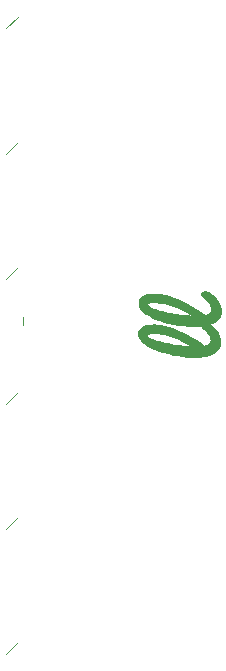
<source format=gbr>
G04 #@! TF.GenerationSoftware,KiCad,Pcbnew,5.1.4+dfsg1-1*
G04 #@! TF.CreationDate,2021-01-09T21:35:19+00:00*
G04 #@! TF.ProjectId,bike-light-board,62696b65-2d6c-4696-9768-742d626f6172,rev?*
G04 #@! TF.SameCoordinates,Original*
G04 #@! TF.FileFunction,Legend,Top*
G04 #@! TF.FilePolarity,Positive*
%FSLAX46Y46*%
G04 Gerber Fmt 4.6, Leading zero omitted, Abs format (unit mm)*
G04 Created by KiCad (PCBNEW 5.1.4+dfsg1-1) date 2021-01-09 21:35:19*
%MOMM*%
%LPD*%
G04 APERTURE LIST*
%ADD10C,0.010000*%
%ADD11C,0.120000*%
G04 APERTURE END LIST*
D10*
G04 #@! TO.C,G\002A\002A\002A*
G36*
X11843857Y1894850D02*
G01*
X11885601Y2026167D01*
X11955885Y2143799D01*
X12053616Y2247051D01*
X12177701Y2335227D01*
X12327047Y2407633D01*
X12500561Y2463573D01*
X12697151Y2502353D01*
X12915723Y2523276D01*
X13155185Y2525647D01*
X13303332Y2518240D01*
X13469188Y2504472D01*
X13617541Y2487096D01*
X13761202Y2464104D01*
X13912983Y2433486D01*
X14059171Y2399668D01*
X14383024Y2310553D01*
X14723289Y2196173D01*
X15076128Y2058409D01*
X15437704Y1899144D01*
X15804179Y1720257D01*
X16171717Y1523631D01*
X16536480Y1311148D01*
X16894630Y1084688D01*
X17242331Y846133D01*
X17273821Y823528D01*
X17411175Y724546D01*
X17519354Y751494D01*
X17666528Y798970D01*
X17783558Y860796D01*
X17871228Y937513D01*
X17930316Y1029663D01*
X17934451Y1039191D01*
X17946183Y1084849D01*
X17954477Y1151334D01*
X17957730Y1225657D01*
X17957733Y1227850D01*
X17952166Y1337350D01*
X17934050Y1439967D01*
X17901265Y1539082D01*
X17851688Y1638082D01*
X17783200Y1740350D01*
X17693679Y1849270D01*
X17581002Y1968227D01*
X17443051Y2100605D01*
X17367317Y2169832D01*
X17271459Y2257996D01*
X17199431Y2328834D01*
X17148584Y2386136D01*
X17116269Y2433689D01*
X17099836Y2475282D01*
X17096638Y2514705D01*
X17102245Y2548933D01*
X17135033Y2614300D01*
X17194804Y2664930D01*
X17277542Y2699721D01*
X17379228Y2717573D01*
X17495846Y2717383D01*
X17623378Y2698050D01*
X17635770Y2695212D01*
X17702795Y2676821D01*
X17763072Y2653266D01*
X17822002Y2620928D01*
X17884984Y2576186D01*
X17957419Y2515420D01*
X18044707Y2435009D01*
X18093460Y2388377D01*
X18247052Y2234150D01*
X18374393Y2092121D01*
X18478760Y1957902D01*
X18563428Y1827106D01*
X18631674Y1695344D01*
X18659756Y1629982D01*
X18717175Y1455272D01*
X18754016Y1271477D01*
X18769528Y1087102D01*
X18762963Y910653D01*
X18736291Y760749D01*
X18680082Y598896D01*
X18599855Y453568D01*
X18494176Y323516D01*
X18361616Y207494D01*
X18200742Y104254D01*
X18010123Y12548D01*
X17788327Y-68870D01*
X17781806Y-70965D01*
X17546560Y-133115D01*
X17283133Y-178166D01*
X16992582Y-206107D01*
X16675967Y-216928D01*
X16338349Y-210693D01*
X16338349Y676782D01*
X16373007Y677593D01*
X16390108Y680549D01*
X16392349Y685551D01*
X16391400Y686644D01*
X16371235Y700752D01*
X16327389Y728085D01*
X16265629Y765146D01*
X16191726Y808441D01*
X16162800Y825144D01*
X16039240Y893784D01*
X15893925Y970526D01*
X15734693Y1051540D01*
X15569381Y1132995D01*
X15405827Y1211061D01*
X15251870Y1281906D01*
X15115347Y1341700D01*
X15053666Y1367227D01*
X14765804Y1478601D01*
X14499700Y1571383D01*
X14249772Y1646965D01*
X14010437Y1706740D01*
X13776114Y1752101D01*
X13541218Y1784441D01*
X13300169Y1805154D01*
X13298195Y1805277D01*
X13100524Y1812299D01*
X12933295Y1806961D01*
X12796780Y1789304D01*
X12691253Y1759366D01*
X12616984Y1717187D01*
X12604124Y1705530D01*
X12565685Y1651552D01*
X12559925Y1596975D01*
X12586897Y1538555D01*
X12607255Y1512935D01*
X12672021Y1456429D01*
X12767775Y1397527D01*
X12891776Y1336918D01*
X13041287Y1275291D01*
X13213568Y1213334D01*
X13405881Y1151735D01*
X13615486Y1091184D01*
X13839645Y1032369D01*
X14075619Y975978D01*
X14320668Y922700D01*
X14572055Y873224D01*
X14827040Y828238D01*
X15082884Y788431D01*
X15336849Y754491D01*
X15586195Y727107D01*
X15807200Y708435D01*
X15970141Y697008D01*
X16102028Y688229D01*
X16205558Y681999D01*
X16283432Y678217D01*
X16338349Y676782D01*
X16338349Y-210693D01*
X16334344Y-210619D01*
X15968773Y-187170D01*
X15580310Y-146571D01*
X15214641Y-95767D01*
X14764457Y-18065D01*
X14343490Y72015D01*
X13949148Y175218D01*
X13578842Y292290D01*
X13229980Y423977D01*
X12901210Y570429D01*
X12668468Y689855D01*
X12467895Y808877D01*
X12297854Y929091D01*
X12156708Y1052093D01*
X12042818Y1179477D01*
X11954546Y1312838D01*
X11890255Y1453773D01*
X11850359Y1593942D01*
X11831745Y1750543D01*
X11843857Y1894850D01*
X11843857Y1894850D01*
G37*
X11843857Y1894850D02*
X11885601Y2026167D01*
X11955885Y2143799D01*
X12053616Y2247051D01*
X12177701Y2335227D01*
X12327047Y2407633D01*
X12500561Y2463573D01*
X12697151Y2502353D01*
X12915723Y2523276D01*
X13155185Y2525647D01*
X13303332Y2518240D01*
X13469188Y2504472D01*
X13617541Y2487096D01*
X13761202Y2464104D01*
X13912983Y2433486D01*
X14059171Y2399668D01*
X14383024Y2310553D01*
X14723289Y2196173D01*
X15076128Y2058409D01*
X15437704Y1899144D01*
X15804179Y1720257D01*
X16171717Y1523631D01*
X16536480Y1311148D01*
X16894630Y1084688D01*
X17242331Y846133D01*
X17273821Y823528D01*
X17411175Y724546D01*
X17519354Y751494D01*
X17666528Y798970D01*
X17783558Y860796D01*
X17871228Y937513D01*
X17930316Y1029663D01*
X17934451Y1039191D01*
X17946183Y1084849D01*
X17954477Y1151334D01*
X17957730Y1225657D01*
X17957733Y1227850D01*
X17952166Y1337350D01*
X17934050Y1439967D01*
X17901265Y1539082D01*
X17851688Y1638082D01*
X17783200Y1740350D01*
X17693679Y1849270D01*
X17581002Y1968227D01*
X17443051Y2100605D01*
X17367317Y2169832D01*
X17271459Y2257996D01*
X17199431Y2328834D01*
X17148584Y2386136D01*
X17116269Y2433689D01*
X17099836Y2475282D01*
X17096638Y2514705D01*
X17102245Y2548933D01*
X17135033Y2614300D01*
X17194804Y2664930D01*
X17277542Y2699721D01*
X17379228Y2717573D01*
X17495846Y2717383D01*
X17623378Y2698050D01*
X17635770Y2695212D01*
X17702795Y2676821D01*
X17763072Y2653266D01*
X17822002Y2620928D01*
X17884984Y2576186D01*
X17957419Y2515420D01*
X18044707Y2435009D01*
X18093460Y2388377D01*
X18247052Y2234150D01*
X18374393Y2092121D01*
X18478760Y1957902D01*
X18563428Y1827106D01*
X18631674Y1695344D01*
X18659756Y1629982D01*
X18717175Y1455272D01*
X18754016Y1271477D01*
X18769528Y1087102D01*
X18762963Y910653D01*
X18736291Y760749D01*
X18680082Y598896D01*
X18599855Y453568D01*
X18494176Y323516D01*
X18361616Y207494D01*
X18200742Y104254D01*
X18010123Y12548D01*
X17788327Y-68870D01*
X17781806Y-70965D01*
X17546560Y-133115D01*
X17283133Y-178166D01*
X16992582Y-206107D01*
X16675967Y-216928D01*
X16338349Y-210693D01*
X16338349Y676782D01*
X16373007Y677593D01*
X16390108Y680549D01*
X16392349Y685551D01*
X16391400Y686644D01*
X16371235Y700752D01*
X16327389Y728085D01*
X16265629Y765146D01*
X16191726Y808441D01*
X16162800Y825144D01*
X16039240Y893784D01*
X15893925Y970526D01*
X15734693Y1051540D01*
X15569381Y1132995D01*
X15405827Y1211061D01*
X15251870Y1281906D01*
X15115347Y1341700D01*
X15053666Y1367227D01*
X14765804Y1478601D01*
X14499700Y1571383D01*
X14249772Y1646965D01*
X14010437Y1706740D01*
X13776114Y1752101D01*
X13541218Y1784441D01*
X13300169Y1805154D01*
X13298195Y1805277D01*
X13100524Y1812299D01*
X12933295Y1806961D01*
X12796780Y1789304D01*
X12691253Y1759366D01*
X12616984Y1717187D01*
X12604124Y1705530D01*
X12565685Y1651552D01*
X12559925Y1596975D01*
X12586897Y1538555D01*
X12607255Y1512935D01*
X12672021Y1456429D01*
X12767775Y1397527D01*
X12891776Y1336918D01*
X13041287Y1275291D01*
X13213568Y1213334D01*
X13405881Y1151735D01*
X13615486Y1091184D01*
X13839645Y1032369D01*
X14075619Y975978D01*
X14320668Y922700D01*
X14572055Y873224D01*
X14827040Y828238D01*
X15082884Y788431D01*
X15336849Y754491D01*
X15586195Y727107D01*
X15807200Y708435D01*
X15970141Y697008D01*
X16102028Y688229D01*
X16205558Y681999D01*
X16283432Y678217D01*
X16338349Y676782D01*
X16338349Y-210693D01*
X16334344Y-210619D01*
X15968773Y-187170D01*
X15580310Y-146571D01*
X15214641Y-95767D01*
X14764457Y-18065D01*
X14343490Y72015D01*
X13949148Y175218D01*
X13578842Y292290D01*
X13229980Y423977D01*
X12901210Y570429D01*
X12668468Y689855D01*
X12467895Y808877D01*
X12297854Y929091D01*
X12156708Y1052093D01*
X12042818Y1179477D01*
X11954546Y1312838D01*
X11890255Y1453773D01*
X11850359Y1593942D01*
X11831745Y1750543D01*
X11843857Y1894850D01*
G36*
X11793857Y-705150D02*
G01*
X11835601Y-573833D01*
X11905885Y-456201D01*
X12003616Y-352949D01*
X12127701Y-264773D01*
X12277047Y-192367D01*
X12450561Y-136427D01*
X12647151Y-97647D01*
X12865723Y-76724D01*
X13105185Y-74353D01*
X13253332Y-81760D01*
X13419188Y-95528D01*
X13567541Y-112904D01*
X13711202Y-135896D01*
X13862983Y-166514D01*
X14009171Y-200332D01*
X14333024Y-289447D01*
X14673289Y-403827D01*
X15026128Y-541591D01*
X15387704Y-700856D01*
X15754179Y-879743D01*
X16121717Y-1076369D01*
X16486480Y-1288852D01*
X16844630Y-1515312D01*
X17192331Y-1753867D01*
X17223821Y-1776472D01*
X17361175Y-1875454D01*
X17469354Y-1848506D01*
X17616528Y-1801030D01*
X17733558Y-1739204D01*
X17821228Y-1662487D01*
X17880316Y-1570337D01*
X17884451Y-1560809D01*
X17896183Y-1515151D01*
X17904477Y-1448666D01*
X17907730Y-1374343D01*
X17907733Y-1372150D01*
X17902166Y-1262650D01*
X17884050Y-1160033D01*
X17851265Y-1060918D01*
X17801688Y-961918D01*
X17733200Y-859650D01*
X17643679Y-750730D01*
X17531002Y-631773D01*
X17393051Y-499395D01*
X17317317Y-430168D01*
X17221459Y-342004D01*
X17149431Y-271166D01*
X17098584Y-213864D01*
X17066269Y-166311D01*
X17049836Y-124718D01*
X17046638Y-85295D01*
X17052245Y-51067D01*
X17085033Y14300D01*
X17144804Y64930D01*
X17227542Y99721D01*
X17329228Y117573D01*
X17445846Y117383D01*
X17573378Y98050D01*
X17585770Y95212D01*
X17652795Y76821D01*
X17713072Y53266D01*
X17772002Y20928D01*
X17834984Y-23814D01*
X17907419Y-84580D01*
X17994707Y-164991D01*
X18043460Y-211623D01*
X18197052Y-365850D01*
X18324393Y-507879D01*
X18428760Y-642098D01*
X18513428Y-772894D01*
X18581674Y-904656D01*
X18609756Y-970018D01*
X18667175Y-1144728D01*
X18704016Y-1328523D01*
X18719528Y-1512898D01*
X18712963Y-1689347D01*
X18686291Y-1839251D01*
X18630082Y-2001104D01*
X18549855Y-2146432D01*
X18444176Y-2276484D01*
X18311616Y-2392506D01*
X18150742Y-2495746D01*
X17960123Y-2587452D01*
X17738327Y-2668870D01*
X17731806Y-2670965D01*
X17496560Y-2733115D01*
X17233133Y-2778166D01*
X16942582Y-2806107D01*
X16625967Y-2816928D01*
X16288349Y-2810693D01*
X16288349Y-1923218D01*
X16323007Y-1922407D01*
X16340108Y-1919451D01*
X16342349Y-1914449D01*
X16341400Y-1913356D01*
X16321235Y-1899248D01*
X16277389Y-1871915D01*
X16215629Y-1834854D01*
X16141726Y-1791559D01*
X16112800Y-1774856D01*
X15989240Y-1706216D01*
X15843925Y-1629474D01*
X15684693Y-1548460D01*
X15519381Y-1467005D01*
X15355827Y-1388939D01*
X15201870Y-1318094D01*
X15065347Y-1258300D01*
X15003666Y-1232773D01*
X14715804Y-1121399D01*
X14449700Y-1028617D01*
X14199772Y-953035D01*
X13960437Y-893260D01*
X13726114Y-847899D01*
X13491218Y-815559D01*
X13250169Y-794846D01*
X13248195Y-794723D01*
X13050524Y-787701D01*
X12883295Y-793039D01*
X12746780Y-810696D01*
X12641253Y-840634D01*
X12566984Y-882813D01*
X12554124Y-894470D01*
X12515685Y-948448D01*
X12509925Y-1003025D01*
X12536897Y-1061445D01*
X12557255Y-1087065D01*
X12622021Y-1143571D01*
X12717775Y-1202473D01*
X12841776Y-1263082D01*
X12991287Y-1324709D01*
X13163568Y-1386666D01*
X13355881Y-1448265D01*
X13565486Y-1508816D01*
X13789645Y-1567631D01*
X14025619Y-1624022D01*
X14270668Y-1677300D01*
X14522055Y-1726776D01*
X14777040Y-1771762D01*
X15032884Y-1811569D01*
X15286849Y-1845509D01*
X15536195Y-1872893D01*
X15757200Y-1891565D01*
X15920141Y-1902992D01*
X16052028Y-1911771D01*
X16155558Y-1918001D01*
X16233432Y-1921783D01*
X16288349Y-1923218D01*
X16288349Y-2810693D01*
X16284344Y-2810619D01*
X15918773Y-2787170D01*
X15530310Y-2746571D01*
X15164641Y-2695767D01*
X14714457Y-2618065D01*
X14293490Y-2527985D01*
X13899148Y-2424782D01*
X13528842Y-2307710D01*
X13179980Y-2176023D01*
X12851210Y-2029571D01*
X12618468Y-1910145D01*
X12417895Y-1791123D01*
X12247854Y-1670909D01*
X12106708Y-1547907D01*
X11992818Y-1420523D01*
X11904546Y-1287162D01*
X11840255Y-1146227D01*
X11800359Y-1006058D01*
X11781745Y-849457D01*
X11793857Y-705150D01*
X11793857Y-705150D01*
G37*
X11793857Y-705150D02*
X11835601Y-573833D01*
X11905885Y-456201D01*
X12003616Y-352949D01*
X12127701Y-264773D01*
X12277047Y-192367D01*
X12450561Y-136427D01*
X12647151Y-97647D01*
X12865723Y-76724D01*
X13105185Y-74353D01*
X13253332Y-81760D01*
X13419188Y-95528D01*
X13567541Y-112904D01*
X13711202Y-135896D01*
X13862983Y-166514D01*
X14009171Y-200332D01*
X14333024Y-289447D01*
X14673289Y-403827D01*
X15026128Y-541591D01*
X15387704Y-700856D01*
X15754179Y-879743D01*
X16121717Y-1076369D01*
X16486480Y-1288852D01*
X16844630Y-1515312D01*
X17192331Y-1753867D01*
X17223821Y-1776472D01*
X17361175Y-1875454D01*
X17469354Y-1848506D01*
X17616528Y-1801030D01*
X17733558Y-1739204D01*
X17821228Y-1662487D01*
X17880316Y-1570337D01*
X17884451Y-1560809D01*
X17896183Y-1515151D01*
X17904477Y-1448666D01*
X17907730Y-1374343D01*
X17907733Y-1372150D01*
X17902166Y-1262650D01*
X17884050Y-1160033D01*
X17851265Y-1060918D01*
X17801688Y-961918D01*
X17733200Y-859650D01*
X17643679Y-750730D01*
X17531002Y-631773D01*
X17393051Y-499395D01*
X17317317Y-430168D01*
X17221459Y-342004D01*
X17149431Y-271166D01*
X17098584Y-213864D01*
X17066269Y-166311D01*
X17049836Y-124718D01*
X17046638Y-85295D01*
X17052245Y-51067D01*
X17085033Y14300D01*
X17144804Y64930D01*
X17227542Y99721D01*
X17329228Y117573D01*
X17445846Y117383D01*
X17573378Y98050D01*
X17585770Y95212D01*
X17652795Y76821D01*
X17713072Y53266D01*
X17772002Y20928D01*
X17834984Y-23814D01*
X17907419Y-84580D01*
X17994707Y-164991D01*
X18043460Y-211623D01*
X18197052Y-365850D01*
X18324393Y-507879D01*
X18428760Y-642098D01*
X18513428Y-772894D01*
X18581674Y-904656D01*
X18609756Y-970018D01*
X18667175Y-1144728D01*
X18704016Y-1328523D01*
X18719528Y-1512898D01*
X18712963Y-1689347D01*
X18686291Y-1839251D01*
X18630082Y-2001104D01*
X18549855Y-2146432D01*
X18444176Y-2276484D01*
X18311616Y-2392506D01*
X18150742Y-2495746D01*
X17960123Y-2587452D01*
X17738327Y-2668870D01*
X17731806Y-2670965D01*
X17496560Y-2733115D01*
X17233133Y-2778166D01*
X16942582Y-2806107D01*
X16625967Y-2816928D01*
X16288349Y-2810693D01*
X16288349Y-1923218D01*
X16323007Y-1922407D01*
X16340108Y-1919451D01*
X16342349Y-1914449D01*
X16341400Y-1913356D01*
X16321235Y-1899248D01*
X16277389Y-1871915D01*
X16215629Y-1834854D01*
X16141726Y-1791559D01*
X16112800Y-1774856D01*
X15989240Y-1706216D01*
X15843925Y-1629474D01*
X15684693Y-1548460D01*
X15519381Y-1467005D01*
X15355827Y-1388939D01*
X15201870Y-1318094D01*
X15065347Y-1258300D01*
X15003666Y-1232773D01*
X14715804Y-1121399D01*
X14449700Y-1028617D01*
X14199772Y-953035D01*
X13960437Y-893260D01*
X13726114Y-847899D01*
X13491218Y-815559D01*
X13250169Y-794846D01*
X13248195Y-794723D01*
X13050524Y-787701D01*
X12883295Y-793039D01*
X12746780Y-810696D01*
X12641253Y-840634D01*
X12566984Y-882813D01*
X12554124Y-894470D01*
X12515685Y-948448D01*
X12509925Y-1003025D01*
X12536897Y-1061445D01*
X12557255Y-1087065D01*
X12622021Y-1143571D01*
X12717775Y-1202473D01*
X12841776Y-1263082D01*
X12991287Y-1324709D01*
X13163568Y-1386666D01*
X13355881Y-1448265D01*
X13565486Y-1508816D01*
X13789645Y-1567631D01*
X14025619Y-1624022D01*
X14270668Y-1677300D01*
X14522055Y-1726776D01*
X14777040Y-1771762D01*
X15032884Y-1811569D01*
X15286849Y-1845509D01*
X15536195Y-1872893D01*
X15757200Y-1891565D01*
X15920141Y-1902992D01*
X16052028Y-1911771D01*
X16155558Y-1918001D01*
X16233432Y-1921783D01*
X16288349Y-1923218D01*
X16288349Y-2810693D01*
X16284344Y-2810619D01*
X15918773Y-2787170D01*
X15530310Y-2746571D01*
X15164641Y-2695767D01*
X14714457Y-2618065D01*
X14293490Y-2527985D01*
X13899148Y-2424782D01*
X13528842Y-2307710D01*
X13179980Y-2176023D01*
X12851210Y-2029571D01*
X12618468Y-1910145D01*
X12417895Y-1791123D01*
X12247854Y-1670909D01*
X12106708Y-1547907D01*
X11992818Y-1420523D01*
X11904546Y-1287162D01*
X11840255Y-1146227D01*
X11800359Y-1006058D01*
X11781745Y-849457D01*
X11793857Y-705150D01*
D11*
G04 #@! TO.C,Q4*
X2000000Y600000D02*
X2000000Y-100000D01*
G04 #@! TO.C,D8*
X600000Y-28000000D02*
X1600000Y-27000000D01*
G04 #@! TO.C,D7*
X600000Y-17400000D02*
X1600000Y-16400000D01*
G04 #@! TO.C,D6*
X600000Y-6800000D02*
X1600000Y-5800000D01*
G04 #@! TO.C,D5*
X600000Y3800000D02*
X1600000Y4800000D01*
G04 #@! TO.C,D4*
X600000Y14400000D02*
X1600000Y15400000D01*
G04 #@! TO.C,D3*
X600000Y25000000D02*
X1600000Y26000000D01*
G04 #@! TD*
M02*

</source>
